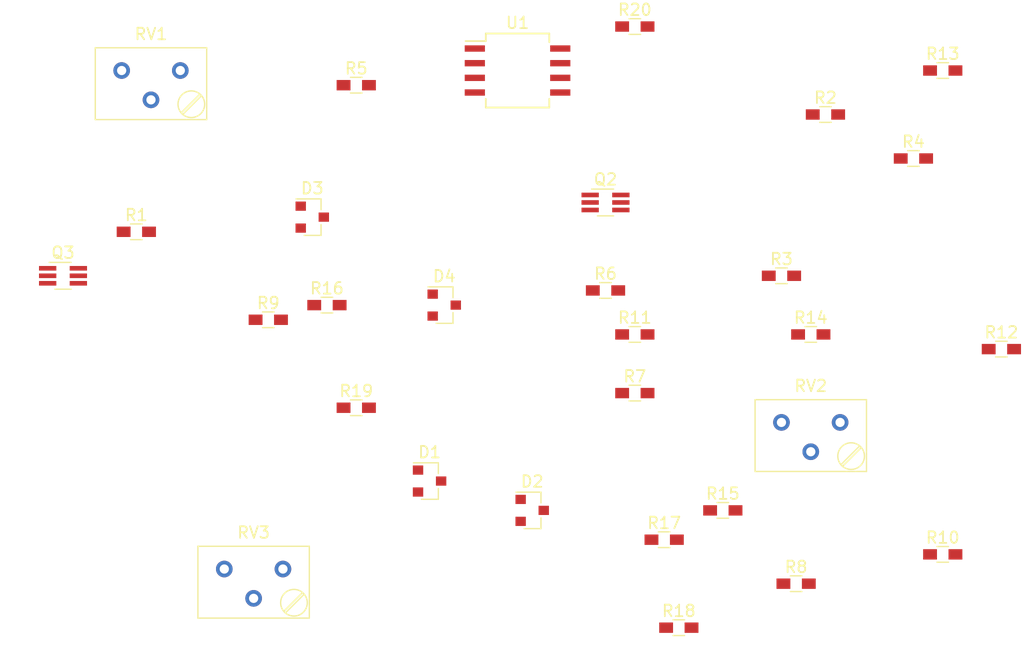
<source format=kicad_pcb>
(kicad_pcb (version 4) (host pcbnew 4.0.7)

  (general
    (links 46)
    (no_connects 46)
    (area 0 0 0 0)
    (thickness 1.6)
    (drawings 0)
    (tracks 0)
    (zones 0)
    (modules 30)
    (nets 26)
  )

  (page A4)
  (layers
    (0 F.Cu signal)
    (31 B.Cu signal)
    (32 B.Adhes user)
    (33 F.Adhes user)
    (34 B.Paste user)
    (35 F.Paste user)
    (36 B.SilkS user)
    (37 F.SilkS user)
    (38 B.Mask user)
    (39 F.Mask user)
    (40 Dwgs.User user)
    (41 Cmts.User user)
    (42 Eco1.User user)
    (43 Eco2.User user)
    (44 Edge.Cuts user)
    (45 Margin user)
    (46 B.CrtYd user)
    (47 F.CrtYd user)
    (48 B.Fab user)
    (49 F.Fab user)
  )

  (setup
    (last_trace_width 0.25)
    (trace_clearance 0.2)
    (zone_clearance 0.508)
    (zone_45_only no)
    (trace_min 0.2)
    (segment_width 0.2)
    (edge_width 0.15)
    (via_size 0.6)
    (via_drill 0.4)
    (via_min_size 0.4)
    (via_min_drill 0.3)
    (uvia_size 0.3)
    (uvia_drill 0.1)
    (uvias_allowed no)
    (uvia_min_size 0.2)
    (uvia_min_drill 0.1)
    (pcb_text_width 0.3)
    (pcb_text_size 1.5 1.5)
    (mod_edge_width 0.15)
    (mod_text_size 1 1)
    (mod_text_width 0.15)
    (pad_size 1.524 1.524)
    (pad_drill 0.762)
    (pad_to_mask_clearance 0.2)
    (aux_axis_origin 0 0)
    (visible_elements FFFFFF7F)
    (pcbplotparams
      (layerselection 0x00030_80000001)
      (usegerberextensions false)
      (excludeedgelayer true)
      (linewidth 0.100000)
      (plotframeref false)
      (viasonmask false)
      (mode 1)
      (useauxorigin false)
      (hpglpennumber 1)
      (hpglpenspeed 20)
      (hpglpendiameter 15)
      (hpglpenoverlay 2)
      (psnegative false)
      (psa4output false)
      (plotreference true)
      (plotvalue true)
      (plotinvisibletext false)
      (padsonsilk false)
      (subtractmaskfromsilk false)
      (outputformat 1)
      (mirror false)
      (drillshape 1)
      (scaleselection 1)
      (outputdirectory ""))
  )

  (net 0 "")
  (net 1 "/VCA 1/CV_IN")
  (net 2 +12V)
  (net 3 -12V)
  (net 4 "/VCA 1/IN")
  (net 5 "Net-(Q2-Pad1)")
  (net 6 "Net-(Q2-Pad2)")
  (net 7 "Net-(Q2-Pad6)")
  (net 8 "Net-(Q3-Pad3)")
  (net 9 "Net-(Q3-Pad5)")
  (net 10 "/VCA 1/BIAS_IN")
  (net 11 "Net-(C1-Pad1)")
  (net 12 "Net-(C1-Pad2)")
  (net 13 "Net-(R4-Pad2)")
  (net 14 "Net-(R5-Pad1)")
  (net 15 "Net-(Q1-Pad1)")
  (net 16 "Net-(R7-Pad1)")
  (net 17 GNDA)
  (net 18 "Net-(R10-Pad1)")
  (net 19 "Net-(Q1-Pad3)")
  (net 20 "Net-(R13-Pad1)")
  (net 21 "Net-(C3-Pad1)")
  (net 22 "Net-(R16-Pad2)")
  (net 23 "Net-(R17-Pad1)")
  (net 24 "Net-(C3-Pad2)")
  (net 25 "/VCA 1/OUT")

  (net_class Default "This is the default net class."
    (clearance 0.2)
    (trace_width 0.25)
    (via_dia 0.6)
    (via_drill 0.4)
    (uvia_dia 0.3)
    (uvia_drill 0.1)
    (add_net +12V)
    (add_net -12V)
    (add_net "/VCA 1/BIAS_IN")
    (add_net "/VCA 1/CV_IN")
    (add_net "/VCA 1/IN")
    (add_net "/VCA 1/OUT")
    (add_net GNDA)
    (add_net "Net-(C1-Pad1)")
    (add_net "Net-(C1-Pad2)")
    (add_net "Net-(C3-Pad1)")
    (add_net "Net-(C3-Pad2)")
    (add_net "Net-(Q1-Pad1)")
    (add_net "Net-(Q1-Pad3)")
    (add_net "Net-(Q2-Pad1)")
    (add_net "Net-(Q2-Pad2)")
    (add_net "Net-(Q2-Pad6)")
    (add_net "Net-(Q3-Pad3)")
    (add_net "Net-(Q3-Pad5)")
    (add_net "Net-(R10-Pad1)")
    (add_net "Net-(R13-Pad1)")
    (add_net "Net-(R16-Pad2)")
    (add_net "Net-(R17-Pad1)")
    (add_net "Net-(R4-Pad2)")
    (add_net "Net-(R5-Pad1)")
    (add_net "Net-(R7-Pad1)")
  )

  (module Diodes_SMD:D_SOT-23_ANK (layer F.Cu) (tedit 587CCEF9) (tstamp 61D07E94)
    (at 162.56 110.49)
    (descr "SOT-23, Single Diode")
    (tags SOT-23)
    (path /61CE060A/61CDFC40)
    (attr smd)
    (fp_text reference D1 (at 0 -2.5) (layer F.SilkS)
      (effects (font (size 1 1) (thickness 0.15)))
    )
    (fp_text value BAT54 (at 0 2.5) (layer F.Fab)
      (effects (font (size 1 1) (thickness 0.15)))
    )
    (fp_text user %R (at 0 -2.5) (layer F.Fab)
      (effects (font (size 1 1) (thickness 0.15)))
    )
    (fp_line (start -0.15 -0.45) (end -0.4 -0.45) (layer F.Fab) (width 0.1))
    (fp_line (start -0.15 -0.25) (end 0.15 -0.45) (layer F.Fab) (width 0.1))
    (fp_line (start -0.15 -0.65) (end -0.15 -0.25) (layer F.Fab) (width 0.1))
    (fp_line (start 0.15 -0.45) (end -0.15 -0.65) (layer F.Fab) (width 0.1))
    (fp_line (start 0.15 -0.45) (end 0.4 -0.45) (layer F.Fab) (width 0.1))
    (fp_line (start 0.15 -0.65) (end 0.15 -0.25) (layer F.Fab) (width 0.1))
    (fp_line (start 0.76 1.58) (end 0.76 0.65) (layer F.SilkS) (width 0.12))
    (fp_line (start 0.76 -1.58) (end 0.76 -0.65) (layer F.SilkS) (width 0.12))
    (fp_line (start 0.7 -1.52) (end 0.7 1.52) (layer F.Fab) (width 0.1))
    (fp_line (start -0.7 1.52) (end 0.7 1.52) (layer F.Fab) (width 0.1))
    (fp_line (start -1.7 -1.75) (end 1.7 -1.75) (layer F.CrtYd) (width 0.05))
    (fp_line (start 1.7 -1.75) (end 1.7 1.75) (layer F.CrtYd) (width 0.05))
    (fp_line (start 1.7 1.75) (end -1.7 1.75) (layer F.CrtYd) (width 0.05))
    (fp_line (start -1.7 1.75) (end -1.7 -1.75) (layer F.CrtYd) (width 0.05))
    (fp_line (start 0.76 -1.58) (end -1.4 -1.58) (layer F.SilkS) (width 0.12))
    (fp_line (start -0.7 -1.52) (end 0.7 -1.52) (layer F.Fab) (width 0.1))
    (fp_line (start -0.7 -1.52) (end -0.7 1.52) (layer F.Fab) (width 0.1))
    (fp_line (start 0.76 1.58) (end -0.7 1.58) (layer F.SilkS) (width 0.12))
    (pad 2 smd rect (at -1 -0.95) (size 0.9 0.8) (layers F.Cu F.Paste F.Mask)
      (net 1 "/VCA 1/CV_IN"))
    (pad "" smd rect (at -1 0.95) (size 0.9 0.8) (layers F.Cu F.Paste F.Mask))
    (pad 1 smd rect (at 1 0) (size 0.9 0.8) (layers F.Cu F.Paste F.Mask)
      (net 2 +12V))
    (model ${KISYS3DMOD}/Diodes_SMD.3dshapes/D_SOT-23.wrl
      (at (xyz 0 0 0))
      (scale (xyz 1 1 1))
      (rotate (xyz 0 0 0))
    )
  )

  (module Diodes_SMD:D_SOT-23_ANK (layer F.Cu) (tedit 587CCEF9) (tstamp 61D07EAE)
    (at 171.45 113.03)
    (descr "SOT-23, Single Diode")
    (tags SOT-23)
    (path /61CE060A/61CDFC41)
    (attr smd)
    (fp_text reference D2 (at 0 -2.5) (layer F.SilkS)
      (effects (font (size 1 1) (thickness 0.15)))
    )
    (fp_text value BAT54 (at 0 2.5) (layer F.Fab)
      (effects (font (size 1 1) (thickness 0.15)))
    )
    (fp_text user %R (at 0 -2.5) (layer F.Fab)
      (effects (font (size 1 1) (thickness 0.15)))
    )
    (fp_line (start -0.15 -0.45) (end -0.4 -0.45) (layer F.Fab) (width 0.1))
    (fp_line (start -0.15 -0.25) (end 0.15 -0.45) (layer F.Fab) (width 0.1))
    (fp_line (start -0.15 -0.65) (end -0.15 -0.25) (layer F.Fab) (width 0.1))
    (fp_line (start 0.15 -0.45) (end -0.15 -0.65) (layer F.Fab) (width 0.1))
    (fp_line (start 0.15 -0.45) (end 0.4 -0.45) (layer F.Fab) (width 0.1))
    (fp_line (start 0.15 -0.65) (end 0.15 -0.25) (layer F.Fab) (width 0.1))
    (fp_line (start 0.76 1.58) (end 0.76 0.65) (layer F.SilkS) (width 0.12))
    (fp_line (start 0.76 -1.58) (end 0.76 -0.65) (layer F.SilkS) (width 0.12))
    (fp_line (start 0.7 -1.52) (end 0.7 1.52) (layer F.Fab) (width 0.1))
    (fp_line (start -0.7 1.52) (end 0.7 1.52) (layer F.Fab) (width 0.1))
    (fp_line (start -1.7 -1.75) (end 1.7 -1.75) (layer F.CrtYd) (width 0.05))
    (fp_line (start 1.7 -1.75) (end 1.7 1.75) (layer F.CrtYd) (width 0.05))
    (fp_line (start 1.7 1.75) (end -1.7 1.75) (layer F.CrtYd) (width 0.05))
    (fp_line (start -1.7 1.75) (end -1.7 -1.75) (layer F.CrtYd) (width 0.05))
    (fp_line (start 0.76 -1.58) (end -1.4 -1.58) (layer F.SilkS) (width 0.12))
    (fp_line (start -0.7 -1.52) (end 0.7 -1.52) (layer F.Fab) (width 0.1))
    (fp_line (start -0.7 -1.52) (end -0.7 1.52) (layer F.Fab) (width 0.1))
    (fp_line (start 0.76 1.58) (end -0.7 1.58) (layer F.SilkS) (width 0.12))
    (pad 2 smd rect (at -1 -0.95) (size 0.9 0.8) (layers F.Cu F.Paste F.Mask)
      (net 3 -12V))
    (pad "" smd rect (at -1 0.95) (size 0.9 0.8) (layers F.Cu F.Paste F.Mask))
    (pad 1 smd rect (at 1 0) (size 0.9 0.8) (layers F.Cu F.Paste F.Mask)
      (net 1 "/VCA 1/CV_IN"))
    (model ${KISYS3DMOD}/Diodes_SMD.3dshapes/D_SOT-23.wrl
      (at (xyz 0 0 0))
      (scale (xyz 1 1 1))
      (rotate (xyz 0 0 0))
    )
  )

  (module Diodes_SMD:D_SOT-23_ANK (layer F.Cu) (tedit 587CCEF9) (tstamp 61D07EC8)
    (at 152.4 87.63)
    (descr "SOT-23, Single Diode")
    (tags SOT-23)
    (path /61CE060A/61D0FF0F)
    (attr smd)
    (fp_text reference D3 (at 0 -2.5) (layer F.SilkS)
      (effects (font (size 1 1) (thickness 0.15)))
    )
    (fp_text value BAT54 (at 0 2.5) (layer F.Fab)
      (effects (font (size 1 1) (thickness 0.15)))
    )
    (fp_text user %R (at 0 -2.5) (layer F.Fab)
      (effects (font (size 1 1) (thickness 0.15)))
    )
    (fp_line (start -0.15 -0.45) (end -0.4 -0.45) (layer F.Fab) (width 0.1))
    (fp_line (start -0.15 -0.25) (end 0.15 -0.45) (layer F.Fab) (width 0.1))
    (fp_line (start -0.15 -0.65) (end -0.15 -0.25) (layer F.Fab) (width 0.1))
    (fp_line (start 0.15 -0.45) (end -0.15 -0.65) (layer F.Fab) (width 0.1))
    (fp_line (start 0.15 -0.45) (end 0.4 -0.45) (layer F.Fab) (width 0.1))
    (fp_line (start 0.15 -0.65) (end 0.15 -0.25) (layer F.Fab) (width 0.1))
    (fp_line (start 0.76 1.58) (end 0.76 0.65) (layer F.SilkS) (width 0.12))
    (fp_line (start 0.76 -1.58) (end 0.76 -0.65) (layer F.SilkS) (width 0.12))
    (fp_line (start 0.7 -1.52) (end 0.7 1.52) (layer F.Fab) (width 0.1))
    (fp_line (start -0.7 1.52) (end 0.7 1.52) (layer F.Fab) (width 0.1))
    (fp_line (start -1.7 -1.75) (end 1.7 -1.75) (layer F.CrtYd) (width 0.05))
    (fp_line (start 1.7 -1.75) (end 1.7 1.75) (layer F.CrtYd) (width 0.05))
    (fp_line (start 1.7 1.75) (end -1.7 1.75) (layer F.CrtYd) (width 0.05))
    (fp_line (start -1.7 1.75) (end -1.7 -1.75) (layer F.CrtYd) (width 0.05))
    (fp_line (start 0.76 -1.58) (end -1.4 -1.58) (layer F.SilkS) (width 0.12))
    (fp_line (start -0.7 -1.52) (end 0.7 -1.52) (layer F.Fab) (width 0.1))
    (fp_line (start -0.7 -1.52) (end -0.7 1.52) (layer F.Fab) (width 0.1))
    (fp_line (start 0.76 1.58) (end -0.7 1.58) (layer F.SilkS) (width 0.12))
    (pad 2 smd rect (at -1 -0.95) (size 0.9 0.8) (layers F.Cu F.Paste F.Mask)
      (net 4 "/VCA 1/IN"))
    (pad "" smd rect (at -1 0.95) (size 0.9 0.8) (layers F.Cu F.Paste F.Mask))
    (pad 1 smd rect (at 1 0) (size 0.9 0.8) (layers F.Cu F.Paste F.Mask)
      (net 2 +12V))
    (model ${KISYS3DMOD}/Diodes_SMD.3dshapes/D_SOT-23.wrl
      (at (xyz 0 0 0))
      (scale (xyz 1 1 1))
      (rotate (xyz 0 0 0))
    )
  )

  (module Diodes_SMD:D_SOT-23_ANK (layer F.Cu) (tedit 587CCEF9) (tstamp 61D07EE2)
    (at 163.83 95.25)
    (descr "SOT-23, Single Diode")
    (tags SOT-23)
    (path /61CE060A/61D0FF15)
    (attr smd)
    (fp_text reference D4 (at 0 -2.5) (layer F.SilkS)
      (effects (font (size 1 1) (thickness 0.15)))
    )
    (fp_text value BAT54 (at 0 2.5) (layer F.Fab)
      (effects (font (size 1 1) (thickness 0.15)))
    )
    (fp_text user %R (at 0 -2.5) (layer F.Fab)
      (effects (font (size 1 1) (thickness 0.15)))
    )
    (fp_line (start -0.15 -0.45) (end -0.4 -0.45) (layer F.Fab) (width 0.1))
    (fp_line (start -0.15 -0.25) (end 0.15 -0.45) (layer F.Fab) (width 0.1))
    (fp_line (start -0.15 -0.65) (end -0.15 -0.25) (layer F.Fab) (width 0.1))
    (fp_line (start 0.15 -0.45) (end -0.15 -0.65) (layer F.Fab) (width 0.1))
    (fp_line (start 0.15 -0.45) (end 0.4 -0.45) (layer F.Fab) (width 0.1))
    (fp_line (start 0.15 -0.65) (end 0.15 -0.25) (layer F.Fab) (width 0.1))
    (fp_line (start 0.76 1.58) (end 0.76 0.65) (layer F.SilkS) (width 0.12))
    (fp_line (start 0.76 -1.58) (end 0.76 -0.65) (layer F.SilkS) (width 0.12))
    (fp_line (start 0.7 -1.52) (end 0.7 1.52) (layer F.Fab) (width 0.1))
    (fp_line (start -0.7 1.52) (end 0.7 1.52) (layer F.Fab) (width 0.1))
    (fp_line (start -1.7 -1.75) (end 1.7 -1.75) (layer F.CrtYd) (width 0.05))
    (fp_line (start 1.7 -1.75) (end 1.7 1.75) (layer F.CrtYd) (width 0.05))
    (fp_line (start 1.7 1.75) (end -1.7 1.75) (layer F.CrtYd) (width 0.05))
    (fp_line (start -1.7 1.75) (end -1.7 -1.75) (layer F.CrtYd) (width 0.05))
    (fp_line (start 0.76 -1.58) (end -1.4 -1.58) (layer F.SilkS) (width 0.12))
    (fp_line (start -0.7 -1.52) (end 0.7 -1.52) (layer F.Fab) (width 0.1))
    (fp_line (start -0.7 -1.52) (end -0.7 1.52) (layer F.Fab) (width 0.1))
    (fp_line (start 0.76 1.58) (end -0.7 1.58) (layer F.SilkS) (width 0.12))
    (pad 2 smd rect (at -1 -0.95) (size 0.9 0.8) (layers F.Cu F.Paste F.Mask)
      (net 3 -12V))
    (pad "" smd rect (at -1 0.95) (size 0.9 0.8) (layers F.Cu F.Paste F.Mask))
    (pad 1 smd rect (at 1 0) (size 0.9 0.8) (layers F.Cu F.Paste F.Mask)
      (net 4 "/VCA 1/IN"))
    (model ${KISYS3DMOD}/Diodes_SMD.3dshapes/D_SOT-23.wrl
      (at (xyz 0 0 0))
      (scale (xyz 1 1 1))
      (rotate (xyz 0 0 0))
    )
  )

  (module TO_SOT_Packages_SMD:SOT-363_SC-70-6_Handsoldering (layer F.Cu) (tedit 58CE4E7F) (tstamp 61D07EF8)
    (at 177.8 86.36)
    (descr "SOT-363, SC-70-6, Handsoldering")
    (tags "SOT-363 SC-70-6 Handsoldering")
    (path /61CE060A/61CDFC18)
    (attr smd)
    (fp_text reference Q2 (at 0 -2) (layer F.SilkS)
      (effects (font (size 1 1) (thickness 0.15)))
    )
    (fp_text value BC846ASQ-T1 (at 0 2 180) (layer F.Fab)
      (effects (font (size 1 1) (thickness 0.15)))
    )
    (fp_text user %R (at 0 0 90) (layer F.Fab)
      (effects (font (size 0.5 0.5) (thickness 0.075)))
    )
    (fp_line (start -2.4 1.4) (end 2.4 1.4) (layer F.CrtYd) (width 0.05))
    (fp_line (start 0.7 -1.16) (end -1.2 -1.16) (layer F.SilkS) (width 0.12))
    (fp_line (start -0.7 1.16) (end 0.7 1.16) (layer F.SilkS) (width 0.12))
    (fp_line (start 2.4 1.4) (end 2.4 -1.4) (layer F.CrtYd) (width 0.05))
    (fp_line (start -2.4 -1.4) (end -2.4 1.4) (layer F.CrtYd) (width 0.05))
    (fp_line (start -2.4 -1.4) (end 2.4 -1.4) (layer F.CrtYd) (width 0.05))
    (fp_line (start 0.675 -1.1) (end -0.175 -1.1) (layer F.Fab) (width 0.1))
    (fp_line (start -0.675 -0.6) (end -0.675 1.1) (layer F.Fab) (width 0.1))
    (fp_line (start 0.675 -1.1) (end 0.675 1.1) (layer F.Fab) (width 0.1))
    (fp_line (start 0.675 1.1) (end -0.675 1.1) (layer F.Fab) (width 0.1))
    (fp_line (start -0.175 -1.1) (end -0.675 -0.6) (layer F.Fab) (width 0.1))
    (pad 1 smd rect (at -1.33 -0.65) (size 1.5 0.4) (layers F.Cu F.Paste F.Mask)
      (net 5 "Net-(Q2-Pad1)"))
    (pad 2 smd rect (at -1.33 0) (size 1.5 0.4) (layers F.Cu F.Paste F.Mask)
      (net 6 "Net-(Q2-Pad2)"))
    (pad 3 smd rect (at -1.33 0.65) (size 1.5 0.4) (layers F.Cu F.Paste F.Mask))
    (pad 4 smd rect (at 1.33 0.65) (size 1.5 0.4) (layers F.Cu F.Paste F.Mask))
    (pad 5 smd rect (at 1.33 0) (size 1.5 0.4) (layers F.Cu F.Paste F.Mask))
    (pad 6 smd rect (at 1.33 -0.65) (size 1.5 0.4) (layers F.Cu F.Paste F.Mask)
      (net 7 "Net-(Q2-Pad6)"))
    (model ${KISYS3DMOD}/TO_SOT_Packages_SMD.3dshapes/SOT-363_SC-70-6.wrl
      (at (xyz 0 0 0))
      (scale (xyz 1 1 1))
      (rotate (xyz 0 0 0))
    )
  )

  (module TO_SOT_Packages_SMD:SOT-363_SC-70-6_Handsoldering (layer F.Cu) (tedit 58CE4E7F) (tstamp 61D07F0E)
    (at 130.81 92.71)
    (descr "SOT-363, SC-70-6, Handsoldering")
    (tags "SOT-363 SC-70-6 Handsoldering")
    (path /61CE060A/61CDFC19)
    (attr smd)
    (fp_text reference Q3 (at 0 -2) (layer F.SilkS)
      (effects (font (size 1 1) (thickness 0.15)))
    )
    (fp_text value BC846ASQ-T2 (at 0 2 180) (layer F.Fab)
      (effects (font (size 1 1) (thickness 0.15)))
    )
    (fp_text user %R (at 0 0 90) (layer F.Fab)
      (effects (font (size 0.5 0.5) (thickness 0.075)))
    )
    (fp_line (start -2.4 1.4) (end 2.4 1.4) (layer F.CrtYd) (width 0.05))
    (fp_line (start 0.7 -1.16) (end -1.2 -1.16) (layer F.SilkS) (width 0.12))
    (fp_line (start -0.7 1.16) (end 0.7 1.16) (layer F.SilkS) (width 0.12))
    (fp_line (start 2.4 1.4) (end 2.4 -1.4) (layer F.CrtYd) (width 0.05))
    (fp_line (start -2.4 -1.4) (end -2.4 1.4) (layer F.CrtYd) (width 0.05))
    (fp_line (start -2.4 -1.4) (end 2.4 -1.4) (layer F.CrtYd) (width 0.05))
    (fp_line (start 0.675 -1.1) (end -0.175 -1.1) (layer F.Fab) (width 0.1))
    (fp_line (start -0.675 -0.6) (end -0.675 1.1) (layer F.Fab) (width 0.1))
    (fp_line (start 0.675 -1.1) (end 0.675 1.1) (layer F.Fab) (width 0.1))
    (fp_line (start 0.675 1.1) (end -0.675 1.1) (layer F.Fab) (width 0.1))
    (fp_line (start -0.175 -1.1) (end -0.675 -0.6) (layer F.Fab) (width 0.1))
    (pad 1 smd rect (at -1.33 -0.65) (size 1.5 0.4) (layers F.Cu F.Paste F.Mask))
    (pad 2 smd rect (at -1.33 0) (size 1.5 0.4) (layers F.Cu F.Paste F.Mask))
    (pad 3 smd rect (at -1.33 0.65) (size 1.5 0.4) (layers F.Cu F.Paste F.Mask)
      (net 8 "Net-(Q3-Pad3)"))
    (pad 4 smd rect (at 1.33 0.65) (size 1.5 0.4) (layers F.Cu F.Paste F.Mask)
      (net 5 "Net-(Q2-Pad1)"))
    (pad 5 smd rect (at 1.33 0) (size 1.5 0.4) (layers F.Cu F.Paste F.Mask)
      (net 9 "Net-(Q3-Pad5)"))
    (pad 6 smd rect (at 1.33 -0.65) (size 1.5 0.4) (layers F.Cu F.Paste F.Mask))
    (model ${KISYS3DMOD}/TO_SOT_Packages_SMD.3dshapes/SOT-363_SC-70-6.wrl
      (at (xyz 0 0 0))
      (scale (xyz 1 1 1))
      (rotate (xyz 0 0 0))
    )
  )

  (module Resistors_SMD:R_0603_HandSoldering (layer F.Cu) (tedit 58E0A804) (tstamp 61D07F1F)
    (at 137.16 88.9)
    (descr "Resistor SMD 0603, hand soldering")
    (tags "resistor 0603")
    (path /61CE060A/61D15E80)
    (attr smd)
    (fp_text reference R1 (at 0 -1.45) (layer F.SilkS)
      (effects (font (size 1 1) (thickness 0.15)))
    )
    (fp_text value 10k (at 0 1.55) (layer F.Fab)
      (effects (font (size 1 1) (thickness 0.15)))
    )
    (fp_text user %R (at 0 0) (layer F.Fab)
      (effects (font (size 0.4 0.4) (thickness 0.075)))
    )
    (fp_line (start -0.8 0.4) (end -0.8 -0.4) (layer F.Fab) (width 0.1))
    (fp_line (start 0.8 0.4) (end -0.8 0.4) (layer F.Fab) (width 0.1))
    (fp_line (start 0.8 -0.4) (end 0.8 0.4) (layer F.Fab) (width 0.1))
    (fp_line (start -0.8 -0.4) (end 0.8 -0.4) (layer F.Fab) (width 0.1))
    (fp_line (start 0.5 0.68) (end -0.5 0.68) (layer F.SilkS) (width 0.12))
    (fp_line (start -0.5 -0.68) (end 0.5 -0.68) (layer F.SilkS) (width 0.12))
    (fp_line (start -1.96 -0.7) (end 1.95 -0.7) (layer F.CrtYd) (width 0.05))
    (fp_line (start -1.96 -0.7) (end -1.96 0.7) (layer F.CrtYd) (width 0.05))
    (fp_line (start 1.95 0.7) (end 1.95 -0.7) (layer F.CrtYd) (width 0.05))
    (fp_line (start 1.95 0.7) (end -1.96 0.7) (layer F.CrtYd) (width 0.05))
    (pad 1 smd rect (at -1.1 0) (size 1.2 0.9) (layers F.Cu F.Paste F.Mask)
      (net 10 "/VCA 1/BIAS_IN"))
    (pad 2 smd rect (at 1.1 0) (size 1.2 0.9) (layers F.Cu F.Paste F.Mask)
      (net 11 "Net-(C1-Pad1)"))
    (model ${KISYS3DMOD}/Resistors_SMD.3dshapes/R_0603.wrl
      (at (xyz 0 0 0))
      (scale (xyz 1 1 1))
      (rotate (xyz 0 0 0))
    )
  )

  (module Resistors_SMD:R_0603_HandSoldering (layer F.Cu) (tedit 58E0A804) (tstamp 61D07F30)
    (at 196.85 78.74)
    (descr "Resistor SMD 0603, hand soldering")
    (tags "resistor 0603")
    (path /61CE060A/61D0C987)
    (attr smd)
    (fp_text reference R2 (at 0 -1.45) (layer F.SilkS)
      (effects (font (size 1 1) (thickness 0.15)))
    )
    (fp_text value 10k (at 0 1.55) (layer F.Fab)
      (effects (font (size 1 1) (thickness 0.15)))
    )
    (fp_text user %R (at 0 0) (layer F.Fab)
      (effects (font (size 0.4 0.4) (thickness 0.075)))
    )
    (fp_line (start -0.8 0.4) (end -0.8 -0.4) (layer F.Fab) (width 0.1))
    (fp_line (start 0.8 0.4) (end -0.8 0.4) (layer F.Fab) (width 0.1))
    (fp_line (start 0.8 -0.4) (end 0.8 0.4) (layer F.Fab) (width 0.1))
    (fp_line (start -0.8 -0.4) (end 0.8 -0.4) (layer F.Fab) (width 0.1))
    (fp_line (start 0.5 0.68) (end -0.5 0.68) (layer F.SilkS) (width 0.12))
    (fp_line (start -0.5 -0.68) (end 0.5 -0.68) (layer F.SilkS) (width 0.12))
    (fp_line (start -1.96 -0.7) (end 1.95 -0.7) (layer F.CrtYd) (width 0.05))
    (fp_line (start -1.96 -0.7) (end -1.96 0.7) (layer F.CrtYd) (width 0.05))
    (fp_line (start 1.95 0.7) (end 1.95 -0.7) (layer F.CrtYd) (width 0.05))
    (fp_line (start 1.95 0.7) (end -1.96 0.7) (layer F.CrtYd) (width 0.05))
    (pad 1 smd rect (at -1.1 0) (size 1.2 0.9) (layers F.Cu F.Paste F.Mask)
      (net 1 "/VCA 1/CV_IN"))
    (pad 2 smd rect (at 1.1 0) (size 1.2 0.9) (layers F.Cu F.Paste F.Mask)
      (net 11 "Net-(C1-Pad1)"))
    (model ${KISYS3DMOD}/Resistors_SMD.3dshapes/R_0603.wrl
      (at (xyz 0 0 0))
      (scale (xyz 1 1 1))
      (rotate (xyz 0 0 0))
    )
  )

  (module Resistors_SMD:R_0603_HandSoldering (layer F.Cu) (tedit 58E0A804) (tstamp 61D07F41)
    (at 193.04 92.71)
    (descr "Resistor SMD 0603, hand soldering")
    (tags "resistor 0603")
    (path /61CE060A/61CDB9CF)
    (attr smd)
    (fp_text reference R3 (at 0 -1.45) (layer F.SilkS)
      (effects (font (size 1 1) (thickness 0.15)))
    )
    (fp_text value 10k (at 0 1.55) (layer F.Fab)
      (effects (font (size 1 1) (thickness 0.15)))
    )
    (fp_text user %R (at 0 0) (layer F.Fab)
      (effects (font (size 0.4 0.4) (thickness 0.075)))
    )
    (fp_line (start -0.8 0.4) (end -0.8 -0.4) (layer F.Fab) (width 0.1))
    (fp_line (start 0.8 0.4) (end -0.8 0.4) (layer F.Fab) (width 0.1))
    (fp_line (start 0.8 -0.4) (end 0.8 0.4) (layer F.Fab) (width 0.1))
    (fp_line (start -0.8 -0.4) (end 0.8 -0.4) (layer F.Fab) (width 0.1))
    (fp_line (start 0.5 0.68) (end -0.5 0.68) (layer F.SilkS) (width 0.12))
    (fp_line (start -0.5 -0.68) (end 0.5 -0.68) (layer F.SilkS) (width 0.12))
    (fp_line (start -1.96 -0.7) (end 1.95 -0.7) (layer F.CrtYd) (width 0.05))
    (fp_line (start -1.96 -0.7) (end -1.96 0.7) (layer F.CrtYd) (width 0.05))
    (fp_line (start 1.95 0.7) (end 1.95 -0.7) (layer F.CrtYd) (width 0.05))
    (fp_line (start 1.95 0.7) (end -1.96 0.7) (layer F.CrtYd) (width 0.05))
    (pad 1 smd rect (at -1.1 0) (size 1.2 0.9) (layers F.Cu F.Paste F.Mask)
      (net 11 "Net-(C1-Pad1)"))
    (pad 2 smd rect (at 1.1 0) (size 1.2 0.9) (layers F.Cu F.Paste F.Mask)
      (net 12 "Net-(C1-Pad2)"))
    (model ${KISYS3DMOD}/Resistors_SMD.3dshapes/R_0603.wrl
      (at (xyz 0 0 0))
      (scale (xyz 1 1 1))
      (rotate (xyz 0 0 0))
    )
  )

  (module Resistors_SMD:R_0603_HandSoldering (layer F.Cu) (tedit 58E0A804) (tstamp 61D07F52)
    (at 204.47 82.55)
    (descr "Resistor SMD 0603, hand soldering")
    (tags "resistor 0603")
    (path /61CE060A/61D0D7E5)
    (attr smd)
    (fp_text reference R4 (at 0 -1.45) (layer F.SilkS)
      (effects (font (size 1 1) (thickness 0.15)))
    )
    (fp_text value 8k2 (at 0 1.55) (layer F.Fab)
      (effects (font (size 1 1) (thickness 0.15)))
    )
    (fp_text user %R (at 0 0) (layer F.Fab)
      (effects (font (size 0.4 0.4) (thickness 0.075)))
    )
    (fp_line (start -0.8 0.4) (end -0.8 -0.4) (layer F.Fab) (width 0.1))
    (fp_line (start 0.8 0.4) (end -0.8 0.4) (layer F.Fab) (width 0.1))
    (fp_line (start 0.8 -0.4) (end 0.8 0.4) (layer F.Fab) (width 0.1))
    (fp_line (start -0.8 -0.4) (end 0.8 -0.4) (layer F.Fab) (width 0.1))
    (fp_line (start 0.5 0.68) (end -0.5 0.68) (layer F.SilkS) (width 0.12))
    (fp_line (start -0.5 -0.68) (end 0.5 -0.68) (layer F.SilkS) (width 0.12))
    (fp_line (start -1.96 -0.7) (end 1.95 -0.7) (layer F.CrtYd) (width 0.05))
    (fp_line (start -1.96 -0.7) (end -1.96 0.7) (layer F.CrtYd) (width 0.05))
    (fp_line (start 1.95 0.7) (end 1.95 -0.7) (layer F.CrtYd) (width 0.05))
    (fp_line (start 1.95 0.7) (end -1.96 0.7) (layer F.CrtYd) (width 0.05))
    (pad 1 smd rect (at -1.1 0) (size 1.2 0.9) (layers F.Cu F.Paste F.Mask)
      (net 2 +12V))
    (pad 2 smd rect (at 1.1 0) (size 1.2 0.9) (layers F.Cu F.Paste F.Mask)
      (net 13 "Net-(R4-Pad2)"))
    (model ${KISYS3DMOD}/Resistors_SMD.3dshapes/R_0603.wrl
      (at (xyz 0 0 0))
      (scale (xyz 1 1 1))
      (rotate (xyz 0 0 0))
    )
  )

  (module Resistors_SMD:R_0603_HandSoldering (layer F.Cu) (tedit 58E0A804) (tstamp 61D07F63)
    (at 156.21 76.2)
    (descr "Resistor SMD 0603, hand soldering")
    (tags "resistor 0603")
    (path /61CE060A/61D0DB47)
    (attr smd)
    (fp_text reference R5 (at 0 -1.45) (layer F.SilkS)
      (effects (font (size 1 1) (thickness 0.15)))
    )
    (fp_text value 12k (at 0 1.55) (layer F.Fab)
      (effects (font (size 1 1) (thickness 0.15)))
    )
    (fp_text user %R (at 0 0) (layer F.Fab)
      (effects (font (size 0.4 0.4) (thickness 0.075)))
    )
    (fp_line (start -0.8 0.4) (end -0.8 -0.4) (layer F.Fab) (width 0.1))
    (fp_line (start 0.8 0.4) (end -0.8 0.4) (layer F.Fab) (width 0.1))
    (fp_line (start 0.8 -0.4) (end 0.8 0.4) (layer F.Fab) (width 0.1))
    (fp_line (start -0.8 -0.4) (end 0.8 -0.4) (layer F.Fab) (width 0.1))
    (fp_line (start 0.5 0.68) (end -0.5 0.68) (layer F.SilkS) (width 0.12))
    (fp_line (start -0.5 -0.68) (end 0.5 -0.68) (layer F.SilkS) (width 0.12))
    (fp_line (start -1.96 -0.7) (end 1.95 -0.7) (layer F.CrtYd) (width 0.05))
    (fp_line (start -1.96 -0.7) (end -1.96 0.7) (layer F.CrtYd) (width 0.05))
    (fp_line (start 1.95 0.7) (end 1.95 -0.7) (layer F.CrtYd) (width 0.05))
    (fp_line (start 1.95 0.7) (end -1.96 0.7) (layer F.CrtYd) (width 0.05))
    (pad 1 smd rect (at -1.1 0) (size 1.2 0.9) (layers F.Cu F.Paste F.Mask)
      (net 14 "Net-(R5-Pad1)"))
    (pad 2 smd rect (at 1.1 0) (size 1.2 0.9) (layers F.Cu F.Paste F.Mask)
      (net 3 -12V))
    (model ${KISYS3DMOD}/Resistors_SMD.3dshapes/R_0603.wrl
      (at (xyz 0 0 0))
      (scale (xyz 1 1 1))
      (rotate (xyz 0 0 0))
    )
  )

  (module Resistors_SMD:R_0603_HandSoldering (layer F.Cu) (tedit 58E0A804) (tstamp 61D07F74)
    (at 177.8 93.98)
    (descr "Resistor SMD 0603, hand soldering")
    (tags "resistor 0603")
    (path /61CE060A/61D0EE48)
    (attr smd)
    (fp_text reference R6 (at 0 -1.45) (layer F.SilkS)
      (effects (font (size 1 1) (thickness 0.15)))
    )
    (fp_text value 33k (at 0 1.55) (layer F.Fab)
      (effects (font (size 1 1) (thickness 0.15)))
    )
    (fp_text user %R (at 0 0) (layer F.Fab)
      (effects (font (size 0.4 0.4) (thickness 0.075)))
    )
    (fp_line (start -0.8 0.4) (end -0.8 -0.4) (layer F.Fab) (width 0.1))
    (fp_line (start 0.8 0.4) (end -0.8 0.4) (layer F.Fab) (width 0.1))
    (fp_line (start 0.8 -0.4) (end 0.8 0.4) (layer F.Fab) (width 0.1))
    (fp_line (start -0.8 -0.4) (end 0.8 -0.4) (layer F.Fab) (width 0.1))
    (fp_line (start 0.5 0.68) (end -0.5 0.68) (layer F.SilkS) (width 0.12))
    (fp_line (start -0.5 -0.68) (end 0.5 -0.68) (layer F.SilkS) (width 0.12))
    (fp_line (start -1.96 -0.7) (end 1.95 -0.7) (layer F.CrtYd) (width 0.05))
    (fp_line (start -1.96 -0.7) (end -1.96 0.7) (layer F.CrtYd) (width 0.05))
    (fp_line (start 1.95 0.7) (end 1.95 -0.7) (layer F.CrtYd) (width 0.05))
    (fp_line (start 1.95 0.7) (end -1.96 0.7) (layer F.CrtYd) (width 0.05))
    (pad 1 smd rect (at -1.1 0) (size 1.2 0.9) (layers F.Cu F.Paste F.Mask)
      (net 12 "Net-(C1-Pad2)"))
    (pad 2 smd rect (at 1.1 0) (size 1.2 0.9) (layers F.Cu F.Paste F.Mask)
      (net 15 "Net-(Q1-Pad1)"))
    (model ${KISYS3DMOD}/Resistors_SMD.3dshapes/R_0603.wrl
      (at (xyz 0 0 0))
      (scale (xyz 1 1 1))
      (rotate (xyz 0 0 0))
    )
  )

  (module Resistors_SMD:R_0603_HandSoldering (layer F.Cu) (tedit 58E0A804) (tstamp 61D07F85)
    (at 180.34 102.87)
    (descr "Resistor SMD 0603, hand soldering")
    (tags "resistor 0603")
    (path /61CE060A/61D10246)
    (attr smd)
    (fp_text reference R7 (at 0 -1.45) (layer F.SilkS)
      (effects (font (size 1 1) (thickness 0.15)))
    )
    (fp_text value 33k (at 0 1.55) (layer F.Fab)
      (effects (font (size 1 1) (thickness 0.15)))
    )
    (fp_text user %R (at 0 0) (layer F.Fab)
      (effects (font (size 0.4 0.4) (thickness 0.075)))
    )
    (fp_line (start -0.8 0.4) (end -0.8 -0.4) (layer F.Fab) (width 0.1))
    (fp_line (start 0.8 0.4) (end -0.8 0.4) (layer F.Fab) (width 0.1))
    (fp_line (start 0.8 -0.4) (end 0.8 0.4) (layer F.Fab) (width 0.1))
    (fp_line (start -0.8 -0.4) (end 0.8 -0.4) (layer F.Fab) (width 0.1))
    (fp_line (start 0.5 0.68) (end -0.5 0.68) (layer F.SilkS) (width 0.12))
    (fp_line (start -0.5 -0.68) (end 0.5 -0.68) (layer F.SilkS) (width 0.12))
    (fp_line (start -1.96 -0.7) (end 1.95 -0.7) (layer F.CrtYd) (width 0.05))
    (fp_line (start -1.96 -0.7) (end -1.96 0.7) (layer F.CrtYd) (width 0.05))
    (fp_line (start 1.95 0.7) (end 1.95 -0.7) (layer F.CrtYd) (width 0.05))
    (fp_line (start 1.95 0.7) (end -1.96 0.7) (layer F.CrtYd) (width 0.05))
    (pad 1 smd rect (at -1.1 0) (size 1.2 0.9) (layers F.Cu F.Paste F.Mask)
      (net 16 "Net-(R7-Pad1)"))
    (pad 2 smd rect (at 1.1 0) (size 1.2 0.9) (layers F.Cu F.Paste F.Mask)
      (net 15 "Net-(Q1-Pad1)"))
    (model ${KISYS3DMOD}/Resistors_SMD.3dshapes/R_0603.wrl
      (at (xyz 0 0 0))
      (scale (xyz 1 1 1))
      (rotate (xyz 0 0 0))
    )
  )

  (module Resistors_SMD:R_0603_HandSoldering (layer F.Cu) (tedit 58E0A804) (tstamp 61D07F96)
    (at 194.31 119.38)
    (descr "Resistor SMD 0603, hand soldering")
    (tags "resistor 0603")
    (path /61CE060A/61CB2BB1)
    (attr smd)
    (fp_text reference R8 (at 0 -1.45) (layer F.SilkS)
      (effects (font (size 1 1) (thickness 0.15)))
    )
    (fp_text value 15k (at 0 1.55) (layer F.Fab)
      (effects (font (size 1 1) (thickness 0.15)))
    )
    (fp_text user %R (at 0 0) (layer F.Fab)
      (effects (font (size 0.4 0.4) (thickness 0.075)))
    )
    (fp_line (start -0.8 0.4) (end -0.8 -0.4) (layer F.Fab) (width 0.1))
    (fp_line (start 0.8 0.4) (end -0.8 0.4) (layer F.Fab) (width 0.1))
    (fp_line (start 0.8 -0.4) (end 0.8 0.4) (layer F.Fab) (width 0.1))
    (fp_line (start -0.8 -0.4) (end 0.8 -0.4) (layer F.Fab) (width 0.1))
    (fp_line (start 0.5 0.68) (end -0.5 0.68) (layer F.SilkS) (width 0.12))
    (fp_line (start -0.5 -0.68) (end 0.5 -0.68) (layer F.SilkS) (width 0.12))
    (fp_line (start -1.96 -0.7) (end 1.95 -0.7) (layer F.CrtYd) (width 0.05))
    (fp_line (start -1.96 -0.7) (end -1.96 0.7) (layer F.CrtYd) (width 0.05))
    (fp_line (start 1.95 0.7) (end 1.95 -0.7) (layer F.CrtYd) (width 0.05))
    (fp_line (start 1.95 0.7) (end -1.96 0.7) (layer F.CrtYd) (width 0.05))
    (pad 1 smd rect (at -1.1 0) (size 1.2 0.9) (layers F.Cu F.Paste F.Mask)
      (net 4 "/VCA 1/IN"))
    (pad 2 smd rect (at 1.1 0) (size 1.2 0.9) (layers F.Cu F.Paste F.Mask)
      (net 6 "Net-(Q2-Pad2)"))
    (model ${KISYS3DMOD}/Resistors_SMD.3dshapes/R_0603.wrl
      (at (xyz 0 0 0))
      (scale (xyz 1 1 1))
      (rotate (xyz 0 0 0))
    )
  )

  (module Resistors_SMD:R_0603_HandSoldering (layer F.Cu) (tedit 58E0A804) (tstamp 61D07FA7)
    (at 148.59 96.52)
    (descr "Resistor SMD 0603, hand soldering")
    (tags "resistor 0603")
    (path /61CE060A/61CDFC29)
    (attr smd)
    (fp_text reference R9 (at 0 -1.45) (layer F.SilkS)
      (effects (font (size 1 1) (thickness 0.15)))
    )
    (fp_text value 100 (at 0 1.55) (layer F.Fab)
      (effects (font (size 1 1) (thickness 0.15)))
    )
    (fp_text user %R (at 0 0) (layer F.Fab)
      (effects (font (size 0.4 0.4) (thickness 0.075)))
    )
    (fp_line (start -0.8 0.4) (end -0.8 -0.4) (layer F.Fab) (width 0.1))
    (fp_line (start 0.8 0.4) (end -0.8 0.4) (layer F.Fab) (width 0.1))
    (fp_line (start 0.8 -0.4) (end 0.8 0.4) (layer F.Fab) (width 0.1))
    (fp_line (start -0.8 -0.4) (end 0.8 -0.4) (layer F.Fab) (width 0.1))
    (fp_line (start 0.5 0.68) (end -0.5 0.68) (layer F.SilkS) (width 0.12))
    (fp_line (start -0.5 -0.68) (end 0.5 -0.68) (layer F.SilkS) (width 0.12))
    (fp_line (start -1.96 -0.7) (end 1.95 -0.7) (layer F.CrtYd) (width 0.05))
    (fp_line (start -1.96 -0.7) (end -1.96 0.7) (layer F.CrtYd) (width 0.05))
    (fp_line (start 1.95 0.7) (end 1.95 -0.7) (layer F.CrtYd) (width 0.05))
    (fp_line (start 1.95 0.7) (end -1.96 0.7) (layer F.CrtYd) (width 0.05))
    (pad 1 smd rect (at -1.1 0) (size 1.2 0.9) (layers F.Cu F.Paste F.Mask)
      (net 6 "Net-(Q2-Pad2)"))
    (pad 2 smd rect (at 1.1 0) (size 1.2 0.9) (layers F.Cu F.Paste F.Mask)
      (net 17 GNDA))
    (model ${KISYS3DMOD}/Resistors_SMD.3dshapes/R_0603.wrl
      (at (xyz 0 0 0))
      (scale (xyz 1 1 1))
      (rotate (xyz 0 0 0))
    )
  )

  (module Resistors_SMD:R_0603_HandSoldering (layer F.Cu) (tedit 58E0A804) (tstamp 61D07FB8)
    (at 207.01 116.84)
    (descr "Resistor SMD 0603, hand soldering")
    (tags "resistor 0603")
    (path /61CE060A/61CDFC1A)
    (attr smd)
    (fp_text reference R10 (at 0 -1.45) (layer F.SilkS)
      (effects (font (size 1 1) (thickness 0.15)))
    )
    (fp_text value 1k5 (at 0 1.55) (layer F.Fab)
      (effects (font (size 1 1) (thickness 0.15)))
    )
    (fp_text user %R (at 0 0) (layer F.Fab)
      (effects (font (size 0.4 0.4) (thickness 0.075)))
    )
    (fp_line (start -0.8 0.4) (end -0.8 -0.4) (layer F.Fab) (width 0.1))
    (fp_line (start 0.8 0.4) (end -0.8 0.4) (layer F.Fab) (width 0.1))
    (fp_line (start 0.8 -0.4) (end 0.8 0.4) (layer F.Fab) (width 0.1))
    (fp_line (start -0.8 -0.4) (end 0.8 -0.4) (layer F.Fab) (width 0.1))
    (fp_line (start 0.5 0.68) (end -0.5 0.68) (layer F.SilkS) (width 0.12))
    (fp_line (start -0.5 -0.68) (end 0.5 -0.68) (layer F.SilkS) (width 0.12))
    (fp_line (start -1.96 -0.7) (end 1.95 -0.7) (layer F.CrtYd) (width 0.05))
    (fp_line (start -1.96 -0.7) (end -1.96 0.7) (layer F.CrtYd) (width 0.05))
    (fp_line (start 1.95 0.7) (end 1.95 -0.7) (layer F.CrtYd) (width 0.05))
    (fp_line (start 1.95 0.7) (end -1.96 0.7) (layer F.CrtYd) (width 0.05))
    (pad 1 smd rect (at -1.1 0) (size 1.2 0.9) (layers F.Cu F.Paste F.Mask)
      (net 18 "Net-(R10-Pad1)"))
    (pad 2 smd rect (at 1.1 0) (size 1.2 0.9) (layers F.Cu F.Paste F.Mask)
      (net 7 "Net-(Q2-Pad6)"))
    (model ${KISYS3DMOD}/Resistors_SMD.3dshapes/R_0603.wrl
      (at (xyz 0 0 0))
      (scale (xyz 1 1 1))
      (rotate (xyz 0 0 0))
    )
  )

  (module Resistors_SMD:R_0603_HandSoldering (layer F.Cu) (tedit 58E0A804) (tstamp 61D07FC9)
    (at 180.34 97.79)
    (descr "Resistor SMD 0603, hand soldering")
    (tags "resistor 0603")
    (path /61CE060A/61CDFC33)
    (attr smd)
    (fp_text reference R11 (at 0 -1.45) (layer F.SilkS)
      (effects (font (size 1 1) (thickness 0.15)))
    )
    (fp_text value 3k3 (at 0 1.55) (layer F.Fab)
      (effects (font (size 1 1) (thickness 0.15)))
    )
    (fp_text user %R (at 0 0) (layer F.Fab)
      (effects (font (size 0.4 0.4) (thickness 0.075)))
    )
    (fp_line (start -0.8 0.4) (end -0.8 -0.4) (layer F.Fab) (width 0.1))
    (fp_line (start 0.8 0.4) (end -0.8 0.4) (layer F.Fab) (width 0.1))
    (fp_line (start 0.8 -0.4) (end 0.8 0.4) (layer F.Fab) (width 0.1))
    (fp_line (start -0.8 -0.4) (end 0.8 -0.4) (layer F.Fab) (width 0.1))
    (fp_line (start 0.5 0.68) (end -0.5 0.68) (layer F.SilkS) (width 0.12))
    (fp_line (start -0.5 -0.68) (end 0.5 -0.68) (layer F.SilkS) (width 0.12))
    (fp_line (start -1.96 -0.7) (end 1.95 -0.7) (layer F.CrtYd) (width 0.05))
    (fp_line (start -1.96 -0.7) (end -1.96 0.7) (layer F.CrtYd) (width 0.05))
    (fp_line (start 1.95 0.7) (end 1.95 -0.7) (layer F.CrtYd) (width 0.05))
    (fp_line (start 1.95 0.7) (end -1.96 0.7) (layer F.CrtYd) (width 0.05))
    (pad 1 smd rect (at -1.1 0) (size 1.2 0.9) (layers F.Cu F.Paste F.Mask)
      (net 5 "Net-(Q2-Pad1)"))
    (pad 2 smd rect (at 1.1 0) (size 1.2 0.9) (layers F.Cu F.Paste F.Mask)
      (net 19 "Net-(Q1-Pad3)"))
    (model ${KISYS3DMOD}/Resistors_SMD.3dshapes/R_0603.wrl
      (at (xyz 0 0 0))
      (scale (xyz 1 1 1))
      (rotate (xyz 0 0 0))
    )
  )

  (module Resistors_SMD:R_0603_HandSoldering (layer F.Cu) (tedit 58E0A804) (tstamp 61D07FDA)
    (at 212.09 99.06)
    (descr "Resistor SMD 0603, hand soldering")
    (tags "resistor 0603")
    (path /61CE060A/61CDFC34)
    (attr smd)
    (fp_text reference R12 (at 0 -1.45) (layer F.SilkS)
      (effects (font (size 1 1) (thickness 0.15)))
    )
    (fp_text value 1k5 (at 0 1.55) (layer F.Fab)
      (effects (font (size 1 1) (thickness 0.15)))
    )
    (fp_text user %R (at 0 0) (layer F.Fab)
      (effects (font (size 0.4 0.4) (thickness 0.075)))
    )
    (fp_line (start -0.8 0.4) (end -0.8 -0.4) (layer F.Fab) (width 0.1))
    (fp_line (start 0.8 0.4) (end -0.8 0.4) (layer F.Fab) (width 0.1))
    (fp_line (start 0.8 -0.4) (end 0.8 0.4) (layer F.Fab) (width 0.1))
    (fp_line (start -0.8 -0.4) (end 0.8 -0.4) (layer F.Fab) (width 0.1))
    (fp_line (start 0.5 0.68) (end -0.5 0.68) (layer F.SilkS) (width 0.12))
    (fp_line (start -0.5 -0.68) (end 0.5 -0.68) (layer F.SilkS) (width 0.12))
    (fp_line (start -1.96 -0.7) (end 1.95 -0.7) (layer F.CrtYd) (width 0.05))
    (fp_line (start -1.96 -0.7) (end -1.96 0.7) (layer F.CrtYd) (width 0.05))
    (fp_line (start 1.95 0.7) (end 1.95 -0.7) (layer F.CrtYd) (width 0.05))
    (fp_line (start 1.95 0.7) (end -1.96 0.7) (layer F.CrtYd) (width 0.05))
    (pad 1 smd rect (at -1.1 0) (size 1.2 0.9) (layers F.Cu F.Paste F.Mask)
      (net 19 "Net-(Q1-Pad3)"))
    (pad 2 smd rect (at 1.1 0) (size 1.2 0.9) (layers F.Cu F.Paste F.Mask)
      (net 3 -12V))
    (model ${KISYS3DMOD}/Resistors_SMD.3dshapes/R_0603.wrl
      (at (xyz 0 0 0))
      (scale (xyz 1 1 1))
      (rotate (xyz 0 0 0))
    )
  )

  (module Resistors_SMD:R_0603_HandSoldering (layer F.Cu) (tedit 58E0A804) (tstamp 61D07FEB)
    (at 207.01 74.93)
    (descr "Resistor SMD 0603, hand soldering")
    (tags "resistor 0603")
    (path /61CE060A/61CDFC1B)
    (attr smd)
    (fp_text reference R13 (at 0 -1.45) (layer F.SilkS)
      (effects (font (size 1 1) (thickness 0.15)))
    )
    (fp_text value 1k5 (at 0 1.55) (layer F.Fab)
      (effects (font (size 1 1) (thickness 0.15)))
    )
    (fp_text user %R (at 0 0) (layer F.Fab)
      (effects (font (size 0.4 0.4) (thickness 0.075)))
    )
    (fp_line (start -0.8 0.4) (end -0.8 -0.4) (layer F.Fab) (width 0.1))
    (fp_line (start 0.8 0.4) (end -0.8 0.4) (layer F.Fab) (width 0.1))
    (fp_line (start 0.8 -0.4) (end 0.8 0.4) (layer F.Fab) (width 0.1))
    (fp_line (start -0.8 -0.4) (end 0.8 -0.4) (layer F.Fab) (width 0.1))
    (fp_line (start 0.5 0.68) (end -0.5 0.68) (layer F.SilkS) (width 0.12))
    (fp_line (start -0.5 -0.68) (end 0.5 -0.68) (layer F.SilkS) (width 0.12))
    (fp_line (start -1.96 -0.7) (end 1.95 -0.7) (layer F.CrtYd) (width 0.05))
    (fp_line (start -1.96 -0.7) (end -1.96 0.7) (layer F.CrtYd) (width 0.05))
    (fp_line (start 1.95 0.7) (end 1.95 -0.7) (layer F.CrtYd) (width 0.05))
    (fp_line (start 1.95 0.7) (end -1.96 0.7) (layer F.CrtYd) (width 0.05))
    (pad 1 smd rect (at -1.1 0) (size 1.2 0.9) (layers F.Cu F.Paste F.Mask)
      (net 20 "Net-(R13-Pad1)"))
    (pad 2 smd rect (at 1.1 0) (size 1.2 0.9) (layers F.Cu F.Paste F.Mask)
      (net 8 "Net-(Q3-Pad3)"))
    (model ${KISYS3DMOD}/Resistors_SMD.3dshapes/R_0603.wrl
      (at (xyz 0 0 0))
      (scale (xyz 1 1 1))
      (rotate (xyz 0 0 0))
    )
  )

  (module Resistors_SMD:R_0603_HandSoldering (layer F.Cu) (tedit 58E0A804) (tstamp 61D07FFC)
    (at 195.58 97.79)
    (descr "Resistor SMD 0603, hand soldering")
    (tags "resistor 0603")
    (path /61CE060A/61CDFC1D)
    (attr smd)
    (fp_text reference R14 (at 0 -1.45) (layer F.SilkS)
      (effects (font (size 1 1) (thickness 0.15)))
    )
    (fp_text value 100 (at 0 1.55) (layer F.Fab)
      (effects (font (size 1 1) (thickness 0.15)))
    )
    (fp_text user %R (at 0 0) (layer F.Fab)
      (effects (font (size 0.4 0.4) (thickness 0.075)))
    )
    (fp_line (start -0.8 0.4) (end -0.8 -0.4) (layer F.Fab) (width 0.1))
    (fp_line (start 0.8 0.4) (end -0.8 0.4) (layer F.Fab) (width 0.1))
    (fp_line (start 0.8 -0.4) (end 0.8 0.4) (layer F.Fab) (width 0.1))
    (fp_line (start -0.8 -0.4) (end 0.8 -0.4) (layer F.Fab) (width 0.1))
    (fp_line (start 0.5 0.68) (end -0.5 0.68) (layer F.SilkS) (width 0.12))
    (fp_line (start -0.5 -0.68) (end 0.5 -0.68) (layer F.SilkS) (width 0.12))
    (fp_line (start -1.96 -0.7) (end 1.95 -0.7) (layer F.CrtYd) (width 0.05))
    (fp_line (start -1.96 -0.7) (end -1.96 0.7) (layer F.CrtYd) (width 0.05))
    (fp_line (start 1.95 0.7) (end 1.95 -0.7) (layer F.CrtYd) (width 0.05))
    (fp_line (start 1.95 0.7) (end -1.96 0.7) (layer F.CrtYd) (width 0.05))
    (pad 1 smd rect (at -1.1 0) (size 1.2 0.9) (layers F.Cu F.Paste F.Mask)
      (net 9 "Net-(Q3-Pad5)"))
    (pad 2 smd rect (at 1.1 0) (size 1.2 0.9) (layers F.Cu F.Paste F.Mask)
      (net 17 GNDA))
    (model ${KISYS3DMOD}/Resistors_SMD.3dshapes/R_0603.wrl
      (at (xyz 0 0 0))
      (scale (xyz 1 1 1))
      (rotate (xyz 0 0 0))
    )
  )

  (module Resistors_SMD:R_0603_HandSoldering (layer F.Cu) (tedit 58E0A804) (tstamp 61D0800D)
    (at 187.96 113.03)
    (descr "Resistor SMD 0603, hand soldering")
    (tags "resistor 0603")
    (path /61CE060A/61CDFC1F)
    (attr smd)
    (fp_text reference R15 (at 0 -1.45) (layer F.SilkS)
      (effects (font (size 1 1) (thickness 0.15)))
    )
    (fp_text value 1k (at 0 1.55) (layer F.Fab)
      (effects (font (size 1 1) (thickness 0.15)))
    )
    (fp_text user %R (at 0 0) (layer F.Fab)
      (effects (font (size 0.4 0.4) (thickness 0.075)))
    )
    (fp_line (start -0.8 0.4) (end -0.8 -0.4) (layer F.Fab) (width 0.1))
    (fp_line (start 0.8 0.4) (end -0.8 0.4) (layer F.Fab) (width 0.1))
    (fp_line (start 0.8 -0.4) (end 0.8 0.4) (layer F.Fab) (width 0.1))
    (fp_line (start -0.8 -0.4) (end 0.8 -0.4) (layer F.Fab) (width 0.1))
    (fp_line (start 0.5 0.68) (end -0.5 0.68) (layer F.SilkS) (width 0.12))
    (fp_line (start -0.5 -0.68) (end 0.5 -0.68) (layer F.SilkS) (width 0.12))
    (fp_line (start -1.96 -0.7) (end 1.95 -0.7) (layer F.CrtYd) (width 0.05))
    (fp_line (start -1.96 -0.7) (end -1.96 0.7) (layer F.CrtYd) (width 0.05))
    (fp_line (start 1.95 0.7) (end 1.95 -0.7) (layer F.CrtYd) (width 0.05))
    (fp_line (start 1.95 0.7) (end -1.96 0.7) (layer F.CrtYd) (width 0.05))
    (pad 1 smd rect (at -1.1 0) (size 1.2 0.9) (layers F.Cu F.Paste F.Mask)
      (net 7 "Net-(Q2-Pad6)"))
    (pad 2 smd rect (at 1.1 0) (size 1.2 0.9) (layers F.Cu F.Paste F.Mask)
      (net 21 "Net-(C3-Pad1)"))
    (model ${KISYS3DMOD}/Resistors_SMD.3dshapes/R_0603.wrl
      (at (xyz 0 0 0))
      (scale (xyz 1 1 1))
      (rotate (xyz 0 0 0))
    )
  )

  (module Resistors_SMD:R_0603_HandSoldering (layer F.Cu) (tedit 58E0A804) (tstamp 61D0801E)
    (at 153.67 95.25)
    (descr "Resistor SMD 0603, hand soldering")
    (tags "resistor 0603")
    (path /61CE060A/61CDFC20)
    (attr smd)
    (fp_text reference R16 (at 0 -1.45) (layer F.SilkS)
      (effects (font (size 1 1) (thickness 0.15)))
    )
    (fp_text value 1k (at 0 1.55) (layer F.Fab)
      (effects (font (size 1 1) (thickness 0.15)))
    )
    (fp_text user %R (at 0 0) (layer F.Fab)
      (effects (font (size 0.4 0.4) (thickness 0.075)))
    )
    (fp_line (start -0.8 0.4) (end -0.8 -0.4) (layer F.Fab) (width 0.1))
    (fp_line (start 0.8 0.4) (end -0.8 0.4) (layer F.Fab) (width 0.1))
    (fp_line (start 0.8 -0.4) (end 0.8 0.4) (layer F.Fab) (width 0.1))
    (fp_line (start -0.8 -0.4) (end 0.8 -0.4) (layer F.Fab) (width 0.1))
    (fp_line (start 0.5 0.68) (end -0.5 0.68) (layer F.SilkS) (width 0.12))
    (fp_line (start -0.5 -0.68) (end 0.5 -0.68) (layer F.SilkS) (width 0.12))
    (fp_line (start -1.96 -0.7) (end 1.95 -0.7) (layer F.CrtYd) (width 0.05))
    (fp_line (start -1.96 -0.7) (end -1.96 0.7) (layer F.CrtYd) (width 0.05))
    (fp_line (start 1.95 0.7) (end 1.95 -0.7) (layer F.CrtYd) (width 0.05))
    (fp_line (start 1.95 0.7) (end -1.96 0.7) (layer F.CrtYd) (width 0.05))
    (pad 1 smd rect (at -1.1 0) (size 1.2 0.9) (layers F.Cu F.Paste F.Mask)
      (net 8 "Net-(Q3-Pad3)"))
    (pad 2 smd rect (at 1.1 0) (size 1.2 0.9) (layers F.Cu F.Paste F.Mask)
      (net 22 "Net-(R16-Pad2)"))
    (model ${KISYS3DMOD}/Resistors_SMD.3dshapes/R_0603.wrl
      (at (xyz 0 0 0))
      (scale (xyz 1 1 1))
      (rotate (xyz 0 0 0))
    )
  )

  (module Resistors_SMD:R_0603_HandSoldering (layer F.Cu) (tedit 58E0A804) (tstamp 61D0802F)
    (at 182.88 115.57)
    (descr "Resistor SMD 0603, hand soldering")
    (tags "resistor 0603")
    (path /61CE060A/61CDFC3B)
    (attr smd)
    (fp_text reference R17 (at 0 -1.45) (layer F.SilkS)
      (effects (font (size 1 1) (thickness 0.15)))
    )
    (fp_text value 470k (at 0 1.55) (layer F.Fab)
      (effects (font (size 1 1) (thickness 0.15)))
    )
    (fp_text user %R (at 0 0) (layer F.Fab)
      (effects (font (size 0.4 0.4) (thickness 0.075)))
    )
    (fp_line (start -0.8 0.4) (end -0.8 -0.4) (layer F.Fab) (width 0.1))
    (fp_line (start 0.8 0.4) (end -0.8 0.4) (layer F.Fab) (width 0.1))
    (fp_line (start 0.8 -0.4) (end 0.8 0.4) (layer F.Fab) (width 0.1))
    (fp_line (start -0.8 -0.4) (end 0.8 -0.4) (layer F.Fab) (width 0.1))
    (fp_line (start 0.5 0.68) (end -0.5 0.68) (layer F.SilkS) (width 0.12))
    (fp_line (start -0.5 -0.68) (end 0.5 -0.68) (layer F.SilkS) (width 0.12))
    (fp_line (start -1.96 -0.7) (end 1.95 -0.7) (layer F.CrtYd) (width 0.05))
    (fp_line (start -1.96 -0.7) (end -1.96 0.7) (layer F.CrtYd) (width 0.05))
    (fp_line (start 1.95 0.7) (end 1.95 -0.7) (layer F.CrtYd) (width 0.05))
    (fp_line (start 1.95 0.7) (end -1.96 0.7) (layer F.CrtYd) (width 0.05))
    (pad 1 smd rect (at -1.1 0) (size 1.2 0.9) (layers F.Cu F.Paste F.Mask)
      (net 23 "Net-(R17-Pad1)"))
    (pad 2 smd rect (at 1.1 0) (size 1.2 0.9) (layers F.Cu F.Paste F.Mask)
      (net 22 "Net-(R16-Pad2)"))
    (model ${KISYS3DMOD}/Resistors_SMD.3dshapes/R_0603.wrl
      (at (xyz 0 0 0))
      (scale (xyz 1 1 1))
      (rotate (xyz 0 0 0))
    )
  )

  (module Resistors_SMD:R_0603_HandSoldering (layer F.Cu) (tedit 58E0A804) (tstamp 61D08040)
    (at 184.15 123.19)
    (descr "Resistor SMD 0603, hand soldering")
    (tags "resistor 0603")
    (path /61CE060A/61CDFC22)
    (attr smd)
    (fp_text reference R18 (at 0 -1.45) (layer F.SilkS)
      (effects (font (size 1 1) (thickness 0.15)))
    )
    (fp_text value 10k (at 0 1.55) (layer F.Fab)
      (effects (font (size 1 1) (thickness 0.15)))
    )
    (fp_text user %R (at 0 0) (layer F.Fab)
      (effects (font (size 0.4 0.4) (thickness 0.075)))
    )
    (fp_line (start -0.8 0.4) (end -0.8 -0.4) (layer F.Fab) (width 0.1))
    (fp_line (start 0.8 0.4) (end -0.8 0.4) (layer F.Fab) (width 0.1))
    (fp_line (start 0.8 -0.4) (end 0.8 0.4) (layer F.Fab) (width 0.1))
    (fp_line (start -0.8 -0.4) (end 0.8 -0.4) (layer F.Fab) (width 0.1))
    (fp_line (start 0.5 0.68) (end -0.5 0.68) (layer F.SilkS) (width 0.12))
    (fp_line (start -0.5 -0.68) (end 0.5 -0.68) (layer F.SilkS) (width 0.12))
    (fp_line (start -1.96 -0.7) (end 1.95 -0.7) (layer F.CrtYd) (width 0.05))
    (fp_line (start -1.96 -0.7) (end -1.96 0.7) (layer F.CrtYd) (width 0.05))
    (fp_line (start 1.95 0.7) (end 1.95 -0.7) (layer F.CrtYd) (width 0.05))
    (fp_line (start 1.95 0.7) (end -1.96 0.7) (layer F.CrtYd) (width 0.05))
    (pad 1 smd rect (at -1.1 0) (size 1.2 0.9) (layers F.Cu F.Paste F.Mask)
      (net 22 "Net-(R16-Pad2)"))
    (pad 2 smd rect (at 1.1 0) (size 1.2 0.9) (layers F.Cu F.Paste F.Mask)
      (net 17 GNDA))
    (model ${KISYS3DMOD}/Resistors_SMD.3dshapes/R_0603.wrl
      (at (xyz 0 0 0))
      (scale (xyz 1 1 1))
      (rotate (xyz 0 0 0))
    )
  )

  (module Resistors_SMD:R_0603_HandSoldering (layer F.Cu) (tedit 58E0A804) (tstamp 61D08051)
    (at 156.21 104.14)
    (descr "Resistor SMD 0603, hand soldering")
    (tags "resistor 0603")
    (path /61CE060A/61CB34F0)
    (attr smd)
    (fp_text reference R19 (at 0 -1.45) (layer F.SilkS)
      (effects (font (size 1 1) (thickness 0.15)))
    )
    (fp_text value 10k (at 0 1.55) (layer F.Fab)
      (effects (font (size 1 1) (thickness 0.15)))
    )
    (fp_text user %R (at 0 0) (layer F.Fab)
      (effects (font (size 0.4 0.4) (thickness 0.075)))
    )
    (fp_line (start -0.8 0.4) (end -0.8 -0.4) (layer F.Fab) (width 0.1))
    (fp_line (start 0.8 0.4) (end -0.8 0.4) (layer F.Fab) (width 0.1))
    (fp_line (start 0.8 -0.4) (end 0.8 0.4) (layer F.Fab) (width 0.1))
    (fp_line (start -0.8 -0.4) (end 0.8 -0.4) (layer F.Fab) (width 0.1))
    (fp_line (start 0.5 0.68) (end -0.5 0.68) (layer F.SilkS) (width 0.12))
    (fp_line (start -0.5 -0.68) (end 0.5 -0.68) (layer F.SilkS) (width 0.12))
    (fp_line (start -1.96 -0.7) (end 1.95 -0.7) (layer F.CrtYd) (width 0.05))
    (fp_line (start -1.96 -0.7) (end -1.96 0.7) (layer F.CrtYd) (width 0.05))
    (fp_line (start 1.95 0.7) (end 1.95 -0.7) (layer F.CrtYd) (width 0.05))
    (fp_line (start 1.95 0.7) (end -1.96 0.7) (layer F.CrtYd) (width 0.05))
    (pad 1 smd rect (at -1.1 0) (size 1.2 0.9) (layers F.Cu F.Paste F.Mask)
      (net 21 "Net-(C3-Pad1)"))
    (pad 2 smd rect (at 1.1 0) (size 1.2 0.9) (layers F.Cu F.Paste F.Mask)
      (net 24 "Net-(C3-Pad2)"))
    (model ${KISYS3DMOD}/Resistors_SMD.3dshapes/R_0603.wrl
      (at (xyz 0 0 0))
      (scale (xyz 1 1 1))
      (rotate (xyz 0 0 0))
    )
  )

  (module Resistors_SMD:R_0603_HandSoldering (layer F.Cu) (tedit 58E0A804) (tstamp 61D08062)
    (at 180.34 71.12)
    (descr "Resistor SMD 0603, hand soldering")
    (tags "resistor 0603")
    (path /61CE060A/61CB7FC4)
    (attr smd)
    (fp_text reference R20 (at 0 -1.45) (layer F.SilkS)
      (effects (font (size 1 1) (thickness 0.15)))
    )
    (fp_text value 470 (at 0 1.55) (layer F.Fab)
      (effects (font (size 1 1) (thickness 0.15)))
    )
    (fp_text user %R (at 0 0) (layer F.Fab)
      (effects (font (size 0.4 0.4) (thickness 0.075)))
    )
    (fp_line (start -0.8 0.4) (end -0.8 -0.4) (layer F.Fab) (width 0.1))
    (fp_line (start 0.8 0.4) (end -0.8 0.4) (layer F.Fab) (width 0.1))
    (fp_line (start 0.8 -0.4) (end 0.8 0.4) (layer F.Fab) (width 0.1))
    (fp_line (start -0.8 -0.4) (end 0.8 -0.4) (layer F.Fab) (width 0.1))
    (fp_line (start 0.5 0.68) (end -0.5 0.68) (layer F.SilkS) (width 0.12))
    (fp_line (start -0.5 -0.68) (end 0.5 -0.68) (layer F.SilkS) (width 0.12))
    (fp_line (start -1.96 -0.7) (end 1.95 -0.7) (layer F.CrtYd) (width 0.05))
    (fp_line (start -1.96 -0.7) (end -1.96 0.7) (layer F.CrtYd) (width 0.05))
    (fp_line (start 1.95 0.7) (end 1.95 -0.7) (layer F.CrtYd) (width 0.05))
    (fp_line (start 1.95 0.7) (end -1.96 0.7) (layer F.CrtYd) (width 0.05))
    (pad 1 smd rect (at -1.1 0) (size 1.2 0.9) (layers F.Cu F.Paste F.Mask)
      (net 24 "Net-(C3-Pad2)"))
    (pad 2 smd rect (at 1.1 0) (size 1.2 0.9) (layers F.Cu F.Paste F.Mask)
      (net 25 "/VCA 1/OUT"))
    (model ${KISYS3DMOD}/Resistors_SMD.3dshapes/R_0603.wrl
      (at (xyz 0 0 0))
      (scale (xyz 1 1 1))
      (rotate (xyz 0 0 0))
    )
  )

  (module Potentiometers:Potentiometer_Trimmer_Bourns_3299Y (layer F.Cu) (tedit 58826B0B) (tstamp 61D0807B)
    (at 140.97 74.93)
    (descr "Spindle Trimmer Potentiometer, Bourns 3299Y, https://www.bourns.com/pdfs/3299.pdf")
    (tags "Spindle Trimmer Potentiometer   Bourns 3299Y")
    (path /61CE060A/61D0DF5E)
    (fp_text reference RV1 (at -2.54 -3.16) (layer F.SilkS)
      (effects (font (size 1 1) (thickness 0.15)))
    )
    (fp_text value 1k (at -2.54 5.44) (layer F.Fab)
      (effects (font (size 1 1) (thickness 0.15)))
    )
    (fp_circle (center 0.955 2.92) (end 2.05 2.92) (layer F.Fab) (width 0.1))
    (fp_circle (center 0.955 2.92) (end 2.11 2.92) (layer F.SilkS) (width 0.12))
    (fp_line (start -7.305 -1.91) (end -7.305 4.19) (layer F.Fab) (width 0.1))
    (fp_line (start -7.305 4.19) (end 2.225 4.19) (layer F.Fab) (width 0.1))
    (fp_line (start 2.225 4.19) (end 2.225 -1.91) (layer F.Fab) (width 0.1))
    (fp_line (start 2.225 -1.91) (end -7.305 -1.91) (layer F.Fab) (width 0.1))
    (fp_line (start 1.786 2.224) (end 0.259 3.751) (layer F.Fab) (width 0.1))
    (fp_line (start 1.652 2.09) (end 0.125 3.617) (layer F.Fab) (width 0.1))
    (fp_line (start -7.365 -1.97) (end 2.285 -1.97) (layer F.SilkS) (width 0.12))
    (fp_line (start -7.365 4.25) (end 2.285 4.25) (layer F.SilkS) (width 0.12))
    (fp_line (start -7.365 -1.97) (end -7.365 4.25) (layer F.SilkS) (width 0.12))
    (fp_line (start 2.285 -1.97) (end 2.285 4.25) (layer F.SilkS) (width 0.12))
    (fp_line (start 1.831 2.186) (end 0.22 3.796) (layer F.SilkS) (width 0.12))
    (fp_line (start 1.691 2.045) (end 0.079 3.655) (layer F.SilkS) (width 0.12))
    (fp_line (start -7.6 -2.2) (end -7.6 4.45) (layer F.CrtYd) (width 0.05))
    (fp_line (start -7.6 4.45) (end 2.5 4.45) (layer F.CrtYd) (width 0.05))
    (fp_line (start 2.5 4.45) (end 2.5 -2.2) (layer F.CrtYd) (width 0.05))
    (fp_line (start 2.5 -2.2) (end -7.6 -2.2) (layer F.CrtYd) (width 0.05))
    (pad 1 thru_hole circle (at 0 0) (size 1.44 1.44) (drill 0.8) (layers *.Cu *.Mask)
      (net 13 "Net-(R4-Pad2)"))
    (pad 2 thru_hole circle (at -2.54 2.54) (size 1.44 1.44) (drill 0.8) (layers *.Cu *.Mask)
      (net 16 "Net-(R7-Pad1)"))
    (pad 3 thru_hole circle (at -5.08 0) (size 1.44 1.44) (drill 0.8) (layers *.Cu *.Mask)
      (net 14 "Net-(R5-Pad1)"))
    (model Potentiometers.3dshapes/Potentiometer_Trimmer_Bourns_3299Y.wrl
      (at (xyz 0 0 0))
      (scale (xyz 0.393701 0.393701 0.393701))
      (rotate (xyz 0 0 0))
    )
  )

  (module Potentiometers:Potentiometer_Trimmer_Bourns_3299Y (layer F.Cu) (tedit 58826B0B) (tstamp 61D08094)
    (at 198.12 105.41)
    (descr "Spindle Trimmer Potentiometer, Bourns 3299Y, https://www.bourns.com/pdfs/3299.pdf")
    (tags "Spindle Trimmer Potentiometer   Bourns 3299Y")
    (path /61CE060A/61CDFC26)
    (fp_text reference RV2 (at -2.54 -3.16) (layer F.SilkS)
      (effects (font (size 1 1) (thickness 0.15)))
    )
    (fp_text value 1k (at -2.54 5.44) (layer F.Fab)
      (effects (font (size 1 1) (thickness 0.15)))
    )
    (fp_circle (center 0.955 2.92) (end 2.05 2.92) (layer F.Fab) (width 0.1))
    (fp_circle (center 0.955 2.92) (end 2.11 2.92) (layer F.SilkS) (width 0.12))
    (fp_line (start -7.305 -1.91) (end -7.305 4.19) (layer F.Fab) (width 0.1))
    (fp_line (start -7.305 4.19) (end 2.225 4.19) (layer F.Fab) (width 0.1))
    (fp_line (start 2.225 4.19) (end 2.225 -1.91) (layer F.Fab) (width 0.1))
    (fp_line (start 2.225 -1.91) (end -7.305 -1.91) (layer F.Fab) (width 0.1))
    (fp_line (start 1.786 2.224) (end 0.259 3.751) (layer F.Fab) (width 0.1))
    (fp_line (start 1.652 2.09) (end 0.125 3.617) (layer F.Fab) (width 0.1))
    (fp_line (start -7.365 -1.97) (end 2.285 -1.97) (layer F.SilkS) (width 0.12))
    (fp_line (start -7.365 4.25) (end 2.285 4.25) (layer F.SilkS) (width 0.12))
    (fp_line (start -7.365 -1.97) (end -7.365 4.25) (layer F.SilkS) (width 0.12))
    (fp_line (start 2.285 -1.97) (end 2.285 4.25) (layer F.SilkS) (width 0.12))
    (fp_line (start 1.831 2.186) (end 0.22 3.796) (layer F.SilkS) (width 0.12))
    (fp_line (start 1.691 2.045) (end 0.079 3.655) (layer F.SilkS) (width 0.12))
    (fp_line (start -7.6 -2.2) (end -7.6 4.45) (layer F.CrtYd) (width 0.05))
    (fp_line (start -7.6 4.45) (end 2.5 4.45) (layer F.CrtYd) (width 0.05))
    (fp_line (start 2.5 4.45) (end 2.5 -2.2) (layer F.CrtYd) (width 0.05))
    (fp_line (start 2.5 -2.2) (end -7.6 -2.2) (layer F.CrtYd) (width 0.05))
    (pad 1 thru_hole circle (at 0 0) (size 1.44 1.44) (drill 0.8) (layers *.Cu *.Mask)
      (net 18 "Net-(R10-Pad1)"))
    (pad 2 thru_hole circle (at -2.54 2.54) (size 1.44 1.44) (drill 0.8) (layers *.Cu *.Mask)
      (net 2 +12V))
    (pad 3 thru_hole circle (at -5.08 0) (size 1.44 1.44) (drill 0.8) (layers *.Cu *.Mask)
      (net 20 "Net-(R13-Pad1)"))
    (model Potentiometers.3dshapes/Potentiometer_Trimmer_Bourns_3299Y.wrl
      (at (xyz 0 0 0))
      (scale (xyz 0.393701 0.393701 0.393701))
      (rotate (xyz 0 0 0))
    )
  )

  (module Potentiometers:Potentiometer_Trimmer_Bourns_3299Y (layer F.Cu) (tedit 58826B0B) (tstamp 61D080AD)
    (at 149.86 118.11)
    (descr "Spindle Trimmer Potentiometer, Bourns 3299Y, https://www.bourns.com/pdfs/3299.pdf")
    (tags "Spindle Trimmer Potentiometer   Bourns 3299Y")
    (path /61CE060A/61CDFC3C)
    (fp_text reference RV3 (at -2.54 -3.16) (layer F.SilkS)
      (effects (font (size 1 1) (thickness 0.15)))
    )
    (fp_text value 100k (at -2.54 5.44) (layer F.Fab)
      (effects (font (size 1 1) (thickness 0.15)))
    )
    (fp_circle (center 0.955 2.92) (end 2.05 2.92) (layer F.Fab) (width 0.1))
    (fp_circle (center 0.955 2.92) (end 2.11 2.92) (layer F.SilkS) (width 0.12))
    (fp_line (start -7.305 -1.91) (end -7.305 4.19) (layer F.Fab) (width 0.1))
    (fp_line (start -7.305 4.19) (end 2.225 4.19) (layer F.Fab) (width 0.1))
    (fp_line (start 2.225 4.19) (end 2.225 -1.91) (layer F.Fab) (width 0.1))
    (fp_line (start 2.225 -1.91) (end -7.305 -1.91) (layer F.Fab) (width 0.1))
    (fp_line (start 1.786 2.224) (end 0.259 3.751) (layer F.Fab) (width 0.1))
    (fp_line (start 1.652 2.09) (end 0.125 3.617) (layer F.Fab) (width 0.1))
    (fp_line (start -7.365 -1.97) (end 2.285 -1.97) (layer F.SilkS) (width 0.12))
    (fp_line (start -7.365 4.25) (end 2.285 4.25) (layer F.SilkS) (width 0.12))
    (fp_line (start -7.365 -1.97) (end -7.365 4.25) (layer F.SilkS) (width 0.12))
    (fp_line (start 2.285 -1.97) (end 2.285 4.25) (layer F.SilkS) (width 0.12))
    (fp_line (start 1.831 2.186) (end 0.22 3.796) (layer F.SilkS) (width 0.12))
    (fp_line (start 1.691 2.045) (end 0.079 3.655) (layer F.SilkS) (width 0.12))
    (fp_line (start -7.6 -2.2) (end -7.6 4.45) (layer F.CrtYd) (width 0.05))
    (fp_line (start -7.6 4.45) (end 2.5 4.45) (layer F.CrtYd) (width 0.05))
    (fp_line (start 2.5 4.45) (end 2.5 -2.2) (layer F.CrtYd) (width 0.05))
    (fp_line (start 2.5 -2.2) (end -7.6 -2.2) (layer F.CrtYd) (width 0.05))
    (pad 1 thru_hole circle (at 0 0) (size 1.44 1.44) (drill 0.8) (layers *.Cu *.Mask)
      (net 2 +12V))
    (pad 2 thru_hole circle (at -2.54 2.54) (size 1.44 1.44) (drill 0.8) (layers *.Cu *.Mask)
      (net 23 "Net-(R17-Pad1)"))
    (pad 3 thru_hole circle (at -5.08 0) (size 1.44 1.44) (drill 0.8) (layers *.Cu *.Mask)
      (net 17 GNDA))
    (model Potentiometers.3dshapes/Potentiometer_Trimmer_Bourns_3299Y.wrl
      (at (xyz 0 0 0))
      (scale (xyz 0.393701 0.393701 0.393701))
      (rotate (xyz 0 0 0))
    )
  )

  (module Housings_SOIC:SO-8_5.3x6.2mm_Pitch1.27mm (layer F.Cu) (tedit 59920130) (tstamp 61D080CA)
    (at 170.18 74.93)
    (descr "8-Lead Plastic Small Outline, 5.3x6.2mm Body (http://www.ti.com.cn/cn/lit/ds/symlink/tl7705a.pdf)")
    (tags "SOIC 1.27")
    (path /61CE060A/61CDFC12)
    (attr smd)
    (fp_text reference U1 (at 0 -4.13) (layer F.SilkS)
      (effects (font (size 1 1) (thickness 0.15)))
    )
    (fp_text value NE5532 (at 0 4.13) (layer F.Fab)
      (effects (font (size 1 1) (thickness 0.15)))
    )
    (fp_text user %R (at 0 0) (layer F.Fab)
      (effects (font (size 1 1) (thickness 0.15)))
    )
    (fp_line (start -1.65 -3.1) (end 2.65 -3.1) (layer F.Fab) (width 0.15))
    (fp_line (start 2.65 -3.1) (end 2.65 3.1) (layer F.Fab) (width 0.15))
    (fp_line (start 2.65 3.1) (end -2.65 3.1) (layer F.Fab) (width 0.15))
    (fp_line (start -2.65 3.1) (end -2.65 -2.1) (layer F.Fab) (width 0.15))
    (fp_line (start -2.65 -2.1) (end -1.65 -3.1) (layer F.Fab) (width 0.15))
    (fp_line (start -4.83 -3.35) (end -4.83 3.35) (layer F.CrtYd) (width 0.05))
    (fp_line (start 4.83 -3.35) (end 4.83 3.35) (layer F.CrtYd) (width 0.05))
    (fp_line (start -4.83 -3.35) (end 4.83 -3.35) (layer F.CrtYd) (width 0.05))
    (fp_line (start -4.83 3.35) (end 4.83 3.35) (layer F.CrtYd) (width 0.05))
    (fp_line (start -2.75 -3.205) (end -2.75 -2.55) (layer F.SilkS) (width 0.15))
    (fp_line (start 2.75 -3.205) (end 2.75 -2.455) (layer F.SilkS) (width 0.15))
    (fp_line (start 2.75 3.205) (end 2.75 2.455) (layer F.SilkS) (width 0.15))
    (fp_line (start -2.75 3.205) (end -2.75 2.455) (layer F.SilkS) (width 0.15))
    (fp_line (start -2.75 -3.205) (end 2.75 -3.205) (layer F.SilkS) (width 0.15))
    (fp_line (start -2.75 3.205) (end 2.75 3.205) (layer F.SilkS) (width 0.15))
    (fp_line (start -2.75 -2.55) (end -4.5 -2.55) (layer F.SilkS) (width 0.15))
    (pad 1 smd rect (at -3.7 -1.905) (size 1.75 0.55) (layers F.Cu F.Paste F.Mask)
      (net 12 "Net-(C1-Pad2)"))
    (pad 2 smd rect (at -3.7 -0.635) (size 1.75 0.55) (layers F.Cu F.Paste F.Mask)
      (net 17 GNDA))
    (pad 3 smd rect (at -3.7 0.635) (size 1.75 0.55) (layers F.Cu F.Paste F.Mask)
      (net 11 "Net-(C1-Pad1)"))
    (pad 4 smd rect (at -3.7 1.905) (size 1.75 0.55) (layers F.Cu F.Paste F.Mask)
      (net 3 -12V))
    (pad 5 smd rect (at 3.7 1.905) (size 1.75 0.55) (layers F.Cu F.Paste F.Mask)
      (net 21 "Net-(C3-Pad1)"))
    (pad 6 smd rect (at 3.7 0.635) (size 1.75 0.55) (layers F.Cu F.Paste F.Mask)
      (net 22 "Net-(R16-Pad2)"))
    (pad 7 smd rect (at 3.7 -0.635) (size 1.75 0.55) (layers F.Cu F.Paste F.Mask)
      (net 24 "Net-(C3-Pad2)"))
    (pad 8 smd rect (at 3.7 -1.905) (size 1.75 0.55) (layers F.Cu F.Paste F.Mask)
      (net 2 +12V))
    (model ${KISYS3DMOD}/Housings_SOIC.3dshapes/SO-8_5.3x6.2mm_Pitch1.27mm.wrl
      (at (xyz 0 0 0))
      (scale (xyz 1 1 1))
      (rotate (xyz 0 0 0))
    )
  )

)

</source>
